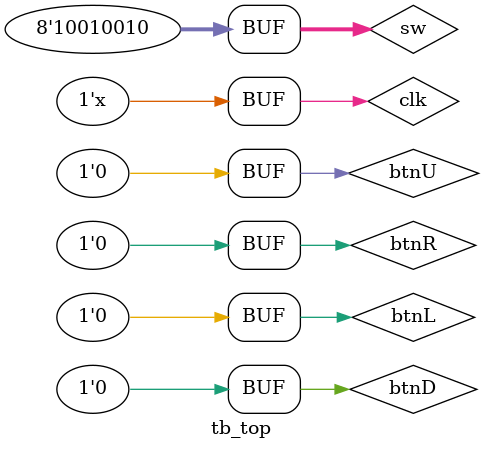
<source format=v>
`timescale 1ns / 1ps


module tb_top;

    reg clk, btnU, btnL, btnR, btnD;
    reg [7:0] sw;
    wire [7:0] leds;
    wire [6:0] segs;
    wire [3:0] an;
    
    top #(10, 10) uut (clk, btnU, btnL, btnR, btnD, sw, leds, segs, an);
    
    always begin
        #5 clk = ~clk;
    end
    
    initial begin
        clk = 0;
        btnU = 0;
        btnL = 0;
        btnR = 0;
        btnD = 1;
        #50 btnL = 1;
        sw = 8'b00000000;
        
        #50 sw = 8'b10010010;
        btnD = 0;
        btnL = 0;
        #50 btnU = 1;
        #50;
        btnU = 0;
        #50;
        
        /* sw = 8'b00100101;
        btnU = 1;
        #50 btnU = 0;
        #50
                
        btnR = 1;
        #50 btnU = 1;
        #50 btnU = 0;
        #50
        
        #50
        
        $finish; */
                 
    end
        
endmodule

</source>
